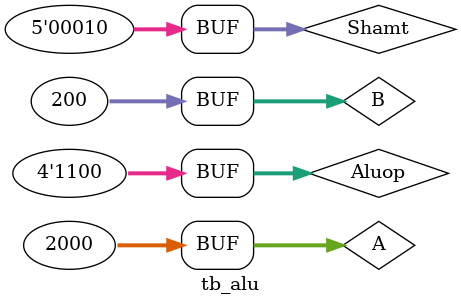
<source format=v>
`timescale 1ns / 1ps
module tb_alu();
    reg [31:0] A;
    reg [31:0] B;
     reg [3:0] Aluop;
     reg [4:0] Shamt;
     wire [31:0] result1;
      wire [31:0] result2;
     wire Equal;
      
    
  
   Alu T5(A,B,Aluop,Shamt,Equal,result1, result2);
            initial begin
             A = 2000;
             B = 200;
             Aluop=0;
             Shamt=0;
             
           
            #5 Shamt=2;
            #5 Aluop=0;
            #5 Aluop=1;
            #5 Aluop=2;
            #5 Aluop=3;
            #5  Aluop=4;
            #5  Aluop=5;
            #5  Aluop=6;
            #5  Aluop=7;
            #5   Aluop=8;
            #5   Aluop=9;
            #5   Aluop=10;
            #5   Aluop=11;
           #5    Aluop=12;
       
           end
endmodule

</source>
